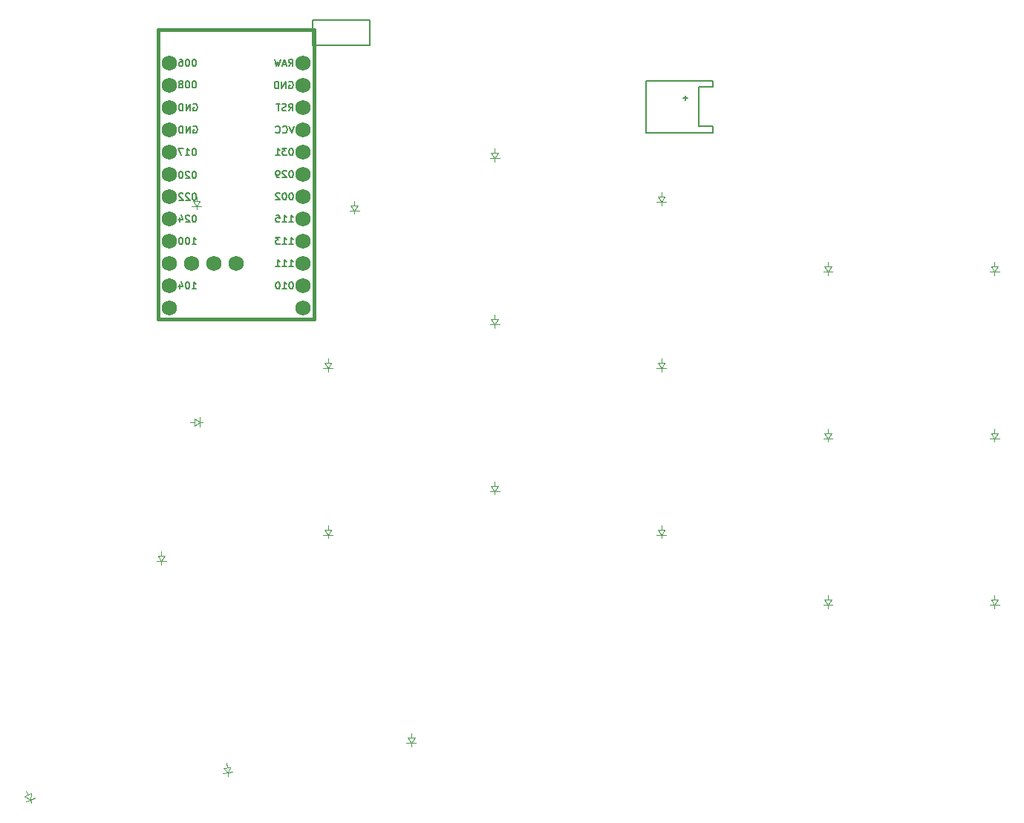
<source format=gbr>
%TF.GenerationSoftware,KiCad,Pcbnew,8.0.6*%
%TF.CreationDate,2024-12-24T11:46:23+01:00*%
%TF.ProjectId,right,72696768-742e-46b6-9963-61645f706362,v1.0.0*%
%TF.SameCoordinates,Original*%
%TF.FileFunction,Legend,Bot*%
%TF.FilePolarity,Positive*%
%FSLAX46Y46*%
G04 Gerber Fmt 4.6, Leading zero omitted, Abs format (unit mm)*
G04 Created by KiCad (PCBNEW 8.0.6) date 2024-12-24 11:46:23*
%MOMM*%
%LPD*%
G01*
G04 APERTURE LIST*
%ADD10C,0.150000*%
%ADD11C,0.100000*%
%ADD12C,0.381000*%
%ADD13C,1.752600*%
G04 APERTURE END LIST*
D10*
X209603857Y-110212295D02*
X209337190Y-111012295D01*
X209337190Y-111012295D02*
X209070524Y-110212295D01*
X208346714Y-110936104D02*
X208384810Y-110974200D01*
X208384810Y-110974200D02*
X208499095Y-111012295D01*
X208499095Y-111012295D02*
X208575286Y-111012295D01*
X208575286Y-111012295D02*
X208689572Y-110974200D01*
X208689572Y-110974200D02*
X208765762Y-110898009D01*
X208765762Y-110898009D02*
X208803857Y-110821819D01*
X208803857Y-110821819D02*
X208841953Y-110669438D01*
X208841953Y-110669438D02*
X208841953Y-110555152D01*
X208841953Y-110555152D02*
X208803857Y-110402771D01*
X208803857Y-110402771D02*
X208765762Y-110326580D01*
X208765762Y-110326580D02*
X208689572Y-110250390D01*
X208689572Y-110250390D02*
X208575286Y-110212295D01*
X208575286Y-110212295D02*
X208499095Y-110212295D01*
X208499095Y-110212295D02*
X208384810Y-110250390D01*
X208384810Y-110250390D02*
X208346714Y-110288485D01*
X207546714Y-110936104D02*
X207584810Y-110974200D01*
X207584810Y-110974200D02*
X207699095Y-111012295D01*
X207699095Y-111012295D02*
X207775286Y-111012295D01*
X207775286Y-111012295D02*
X207889572Y-110974200D01*
X207889572Y-110974200D02*
X207965762Y-110898009D01*
X207965762Y-110898009D02*
X208003857Y-110821819D01*
X208003857Y-110821819D02*
X208041953Y-110669438D01*
X208041953Y-110669438D02*
X208041953Y-110555152D01*
X208041953Y-110555152D02*
X208003857Y-110402771D01*
X208003857Y-110402771D02*
X207965762Y-110326580D01*
X207965762Y-110326580D02*
X207889572Y-110250390D01*
X207889572Y-110250390D02*
X207775286Y-110212295D01*
X207775286Y-110212295D02*
X207699095Y-110212295D01*
X207699095Y-110212295D02*
X207584810Y-110250390D01*
X207584810Y-110250390D02*
X207546714Y-110288485D01*
X197996143Y-128792295D02*
X198453286Y-128792295D01*
X198224714Y-128792295D02*
X198224714Y-127992295D01*
X198224714Y-127992295D02*
X198300905Y-128106580D01*
X198300905Y-128106580D02*
X198377095Y-128182771D01*
X198377095Y-128182771D02*
X198453286Y-128220866D01*
X197500904Y-127992295D02*
X197424714Y-127992295D01*
X197424714Y-127992295D02*
X197348523Y-128030390D01*
X197348523Y-128030390D02*
X197310428Y-128068485D01*
X197310428Y-128068485D02*
X197272333Y-128144676D01*
X197272333Y-128144676D02*
X197234238Y-128297057D01*
X197234238Y-128297057D02*
X197234238Y-128487533D01*
X197234238Y-128487533D02*
X197272333Y-128639914D01*
X197272333Y-128639914D02*
X197310428Y-128716104D01*
X197310428Y-128716104D02*
X197348523Y-128754200D01*
X197348523Y-128754200D02*
X197424714Y-128792295D01*
X197424714Y-128792295D02*
X197500904Y-128792295D01*
X197500904Y-128792295D02*
X197577095Y-128754200D01*
X197577095Y-128754200D02*
X197615190Y-128716104D01*
X197615190Y-128716104D02*
X197653285Y-128639914D01*
X197653285Y-128639914D02*
X197691381Y-128487533D01*
X197691381Y-128487533D02*
X197691381Y-128297057D01*
X197691381Y-128297057D02*
X197653285Y-128144676D01*
X197653285Y-128144676D02*
X197615190Y-128068485D01*
X197615190Y-128068485D02*
X197577095Y-128030390D01*
X197577095Y-128030390D02*
X197500904Y-127992295D01*
X196548523Y-128258961D02*
X196548523Y-128792295D01*
X196738999Y-127954200D02*
X196929476Y-128525628D01*
X196929476Y-128525628D02*
X196434237Y-128525628D01*
X198262809Y-105062295D02*
X198186619Y-105062295D01*
X198186619Y-105062295D02*
X198110428Y-105100390D01*
X198110428Y-105100390D02*
X198072333Y-105138485D01*
X198072333Y-105138485D02*
X198034238Y-105214676D01*
X198034238Y-105214676D02*
X197996143Y-105367057D01*
X197996143Y-105367057D02*
X197996143Y-105557533D01*
X197996143Y-105557533D02*
X198034238Y-105709914D01*
X198034238Y-105709914D02*
X198072333Y-105786104D01*
X198072333Y-105786104D02*
X198110428Y-105824200D01*
X198110428Y-105824200D02*
X198186619Y-105862295D01*
X198186619Y-105862295D02*
X198262809Y-105862295D01*
X198262809Y-105862295D02*
X198339000Y-105824200D01*
X198339000Y-105824200D02*
X198377095Y-105786104D01*
X198377095Y-105786104D02*
X198415190Y-105709914D01*
X198415190Y-105709914D02*
X198453286Y-105557533D01*
X198453286Y-105557533D02*
X198453286Y-105367057D01*
X198453286Y-105367057D02*
X198415190Y-105214676D01*
X198415190Y-105214676D02*
X198377095Y-105138485D01*
X198377095Y-105138485D02*
X198339000Y-105100390D01*
X198339000Y-105100390D02*
X198262809Y-105062295D01*
X197500904Y-105062295D02*
X197424714Y-105062295D01*
X197424714Y-105062295D02*
X197348523Y-105100390D01*
X197348523Y-105100390D02*
X197310428Y-105138485D01*
X197310428Y-105138485D02*
X197272333Y-105214676D01*
X197272333Y-105214676D02*
X197234238Y-105367057D01*
X197234238Y-105367057D02*
X197234238Y-105557533D01*
X197234238Y-105557533D02*
X197272333Y-105709914D01*
X197272333Y-105709914D02*
X197310428Y-105786104D01*
X197310428Y-105786104D02*
X197348523Y-105824200D01*
X197348523Y-105824200D02*
X197424714Y-105862295D01*
X197424714Y-105862295D02*
X197500904Y-105862295D01*
X197500904Y-105862295D02*
X197577095Y-105824200D01*
X197577095Y-105824200D02*
X197615190Y-105786104D01*
X197615190Y-105786104D02*
X197653285Y-105709914D01*
X197653285Y-105709914D02*
X197691381Y-105557533D01*
X197691381Y-105557533D02*
X197691381Y-105367057D01*
X197691381Y-105367057D02*
X197653285Y-105214676D01*
X197653285Y-105214676D02*
X197615190Y-105138485D01*
X197615190Y-105138485D02*
X197577095Y-105100390D01*
X197577095Y-105100390D02*
X197500904Y-105062295D01*
X196777095Y-105405152D02*
X196853285Y-105367057D01*
X196853285Y-105367057D02*
X196891380Y-105328961D01*
X196891380Y-105328961D02*
X196929476Y-105252771D01*
X196929476Y-105252771D02*
X196929476Y-105214676D01*
X196929476Y-105214676D02*
X196891380Y-105138485D01*
X196891380Y-105138485D02*
X196853285Y-105100390D01*
X196853285Y-105100390D02*
X196777095Y-105062295D01*
X196777095Y-105062295D02*
X196624714Y-105062295D01*
X196624714Y-105062295D02*
X196548523Y-105100390D01*
X196548523Y-105100390D02*
X196510428Y-105138485D01*
X196510428Y-105138485D02*
X196472333Y-105214676D01*
X196472333Y-105214676D02*
X196472333Y-105252771D01*
X196472333Y-105252771D02*
X196510428Y-105328961D01*
X196510428Y-105328961D02*
X196548523Y-105367057D01*
X196548523Y-105367057D02*
X196624714Y-105405152D01*
X196624714Y-105405152D02*
X196777095Y-105405152D01*
X196777095Y-105405152D02*
X196853285Y-105443247D01*
X196853285Y-105443247D02*
X196891380Y-105481342D01*
X196891380Y-105481342D02*
X196929476Y-105557533D01*
X196929476Y-105557533D02*
X196929476Y-105709914D01*
X196929476Y-105709914D02*
X196891380Y-105786104D01*
X196891380Y-105786104D02*
X196853285Y-105824200D01*
X196853285Y-105824200D02*
X196777095Y-105862295D01*
X196777095Y-105862295D02*
X196624714Y-105862295D01*
X196624714Y-105862295D02*
X196548523Y-105824200D01*
X196548523Y-105824200D02*
X196510428Y-105786104D01*
X196510428Y-105786104D02*
X196472333Y-105709914D01*
X196472333Y-105709914D02*
X196472333Y-105557533D01*
X196472333Y-105557533D02*
X196510428Y-105481342D01*
X196510428Y-105481342D02*
X196548523Y-105443247D01*
X196548523Y-105443247D02*
X196624714Y-105405152D01*
X209070524Y-123712295D02*
X209527667Y-123712295D01*
X209299095Y-123712295D02*
X209299095Y-122912295D01*
X209299095Y-122912295D02*
X209375286Y-123026580D01*
X209375286Y-123026580D02*
X209451476Y-123102771D01*
X209451476Y-123102771D02*
X209527667Y-123140866D01*
X208308619Y-123712295D02*
X208765762Y-123712295D01*
X208537190Y-123712295D02*
X208537190Y-122912295D01*
X208537190Y-122912295D02*
X208613381Y-123026580D01*
X208613381Y-123026580D02*
X208689571Y-123102771D01*
X208689571Y-123102771D02*
X208765762Y-123140866D01*
X208041952Y-122912295D02*
X207546714Y-122912295D01*
X207546714Y-122912295D02*
X207813380Y-123217057D01*
X207813380Y-123217057D02*
X207699095Y-123217057D01*
X207699095Y-123217057D02*
X207622904Y-123255152D01*
X207622904Y-123255152D02*
X207584809Y-123293247D01*
X207584809Y-123293247D02*
X207546714Y-123369438D01*
X207546714Y-123369438D02*
X207546714Y-123559914D01*
X207546714Y-123559914D02*
X207584809Y-123636104D01*
X207584809Y-123636104D02*
X207622904Y-123674200D01*
X207622904Y-123674200D02*
X207699095Y-123712295D01*
X207699095Y-123712295D02*
X207927666Y-123712295D01*
X207927666Y-123712295D02*
X208003857Y-123674200D01*
X208003857Y-123674200D02*
X208041952Y-123636104D01*
X209070524Y-126252295D02*
X209527667Y-126252295D01*
X209299095Y-126252295D02*
X209299095Y-125452295D01*
X209299095Y-125452295D02*
X209375286Y-125566580D01*
X209375286Y-125566580D02*
X209451476Y-125642771D01*
X209451476Y-125642771D02*
X209527667Y-125680866D01*
X208308619Y-126252295D02*
X208765762Y-126252295D01*
X208537190Y-126252295D02*
X208537190Y-125452295D01*
X208537190Y-125452295D02*
X208613381Y-125566580D01*
X208613381Y-125566580D02*
X208689571Y-125642771D01*
X208689571Y-125642771D02*
X208765762Y-125680866D01*
X207546714Y-126252295D02*
X208003857Y-126252295D01*
X207775285Y-126252295D02*
X207775285Y-125452295D01*
X207775285Y-125452295D02*
X207851476Y-125566580D01*
X207851476Y-125566580D02*
X207927666Y-125642771D01*
X207927666Y-125642771D02*
X208003857Y-125680866D01*
X197996143Y-123712295D02*
X198453286Y-123712295D01*
X198224714Y-123712295D02*
X198224714Y-122912295D01*
X198224714Y-122912295D02*
X198300905Y-123026580D01*
X198300905Y-123026580D02*
X198377095Y-123102771D01*
X198377095Y-123102771D02*
X198453286Y-123140866D01*
X197500904Y-122912295D02*
X197424714Y-122912295D01*
X197424714Y-122912295D02*
X197348523Y-122950390D01*
X197348523Y-122950390D02*
X197310428Y-122988485D01*
X197310428Y-122988485D02*
X197272333Y-123064676D01*
X197272333Y-123064676D02*
X197234238Y-123217057D01*
X197234238Y-123217057D02*
X197234238Y-123407533D01*
X197234238Y-123407533D02*
X197272333Y-123559914D01*
X197272333Y-123559914D02*
X197310428Y-123636104D01*
X197310428Y-123636104D02*
X197348523Y-123674200D01*
X197348523Y-123674200D02*
X197424714Y-123712295D01*
X197424714Y-123712295D02*
X197500904Y-123712295D01*
X197500904Y-123712295D02*
X197577095Y-123674200D01*
X197577095Y-123674200D02*
X197615190Y-123636104D01*
X197615190Y-123636104D02*
X197653285Y-123559914D01*
X197653285Y-123559914D02*
X197691381Y-123407533D01*
X197691381Y-123407533D02*
X197691381Y-123217057D01*
X197691381Y-123217057D02*
X197653285Y-123064676D01*
X197653285Y-123064676D02*
X197615190Y-122988485D01*
X197615190Y-122988485D02*
X197577095Y-122950390D01*
X197577095Y-122950390D02*
X197500904Y-122912295D01*
X196738999Y-122912295D02*
X196662809Y-122912295D01*
X196662809Y-122912295D02*
X196586618Y-122950390D01*
X196586618Y-122950390D02*
X196548523Y-122988485D01*
X196548523Y-122988485D02*
X196510428Y-123064676D01*
X196510428Y-123064676D02*
X196472333Y-123217057D01*
X196472333Y-123217057D02*
X196472333Y-123407533D01*
X196472333Y-123407533D02*
X196510428Y-123559914D01*
X196510428Y-123559914D02*
X196548523Y-123636104D01*
X196548523Y-123636104D02*
X196586618Y-123674200D01*
X196586618Y-123674200D02*
X196662809Y-123712295D01*
X196662809Y-123712295D02*
X196738999Y-123712295D01*
X196738999Y-123712295D02*
X196815190Y-123674200D01*
X196815190Y-123674200D02*
X196853285Y-123636104D01*
X196853285Y-123636104D02*
X196891380Y-123559914D01*
X196891380Y-123559914D02*
X196929476Y-123407533D01*
X196929476Y-123407533D02*
X196929476Y-123217057D01*
X196929476Y-123217057D02*
X196891380Y-123064676D01*
X196891380Y-123064676D02*
X196853285Y-122988485D01*
X196853285Y-122988485D02*
X196815190Y-122950390D01*
X196815190Y-122950390D02*
X196738999Y-122912295D01*
X209337190Y-115292295D02*
X209261000Y-115292295D01*
X209261000Y-115292295D02*
X209184809Y-115330390D01*
X209184809Y-115330390D02*
X209146714Y-115368485D01*
X209146714Y-115368485D02*
X209108619Y-115444676D01*
X209108619Y-115444676D02*
X209070524Y-115597057D01*
X209070524Y-115597057D02*
X209070524Y-115787533D01*
X209070524Y-115787533D02*
X209108619Y-115939914D01*
X209108619Y-115939914D02*
X209146714Y-116016104D01*
X209146714Y-116016104D02*
X209184809Y-116054200D01*
X209184809Y-116054200D02*
X209261000Y-116092295D01*
X209261000Y-116092295D02*
X209337190Y-116092295D01*
X209337190Y-116092295D02*
X209413381Y-116054200D01*
X209413381Y-116054200D02*
X209451476Y-116016104D01*
X209451476Y-116016104D02*
X209489571Y-115939914D01*
X209489571Y-115939914D02*
X209527667Y-115787533D01*
X209527667Y-115787533D02*
X209527667Y-115597057D01*
X209527667Y-115597057D02*
X209489571Y-115444676D01*
X209489571Y-115444676D02*
X209451476Y-115368485D01*
X209451476Y-115368485D02*
X209413381Y-115330390D01*
X209413381Y-115330390D02*
X209337190Y-115292295D01*
X208765762Y-115368485D02*
X208727666Y-115330390D01*
X208727666Y-115330390D02*
X208651476Y-115292295D01*
X208651476Y-115292295D02*
X208461000Y-115292295D01*
X208461000Y-115292295D02*
X208384809Y-115330390D01*
X208384809Y-115330390D02*
X208346714Y-115368485D01*
X208346714Y-115368485D02*
X208308619Y-115444676D01*
X208308619Y-115444676D02*
X208308619Y-115520866D01*
X208308619Y-115520866D02*
X208346714Y-115635152D01*
X208346714Y-115635152D02*
X208803857Y-116092295D01*
X208803857Y-116092295D02*
X208308619Y-116092295D01*
X207927666Y-116092295D02*
X207775285Y-116092295D01*
X207775285Y-116092295D02*
X207699095Y-116054200D01*
X207699095Y-116054200D02*
X207660999Y-116016104D01*
X207660999Y-116016104D02*
X207584809Y-115901819D01*
X207584809Y-115901819D02*
X207546714Y-115749438D01*
X207546714Y-115749438D02*
X207546714Y-115444676D01*
X207546714Y-115444676D02*
X207584809Y-115368485D01*
X207584809Y-115368485D02*
X207622904Y-115330390D01*
X207622904Y-115330390D02*
X207699095Y-115292295D01*
X207699095Y-115292295D02*
X207851476Y-115292295D01*
X207851476Y-115292295D02*
X207927666Y-115330390D01*
X207927666Y-115330390D02*
X207965761Y-115368485D01*
X207965761Y-115368485D02*
X208003857Y-115444676D01*
X208003857Y-115444676D02*
X208003857Y-115635152D01*
X208003857Y-115635152D02*
X207965761Y-115711342D01*
X207965761Y-115711342D02*
X207927666Y-115749438D01*
X207927666Y-115749438D02*
X207851476Y-115787533D01*
X207851476Y-115787533D02*
X207699095Y-115787533D01*
X207699095Y-115787533D02*
X207622904Y-115749438D01*
X207622904Y-115749438D02*
X207584809Y-115711342D01*
X207584809Y-115711342D02*
X207546714Y-115635152D01*
X198148523Y-110250390D02*
X198224713Y-110212295D01*
X198224713Y-110212295D02*
X198338999Y-110212295D01*
X198338999Y-110212295D02*
X198453285Y-110250390D01*
X198453285Y-110250390D02*
X198529475Y-110326580D01*
X198529475Y-110326580D02*
X198567570Y-110402771D01*
X198567570Y-110402771D02*
X198605666Y-110555152D01*
X198605666Y-110555152D02*
X198605666Y-110669438D01*
X198605666Y-110669438D02*
X198567570Y-110821819D01*
X198567570Y-110821819D02*
X198529475Y-110898009D01*
X198529475Y-110898009D02*
X198453285Y-110974200D01*
X198453285Y-110974200D02*
X198338999Y-111012295D01*
X198338999Y-111012295D02*
X198262808Y-111012295D01*
X198262808Y-111012295D02*
X198148523Y-110974200D01*
X198148523Y-110974200D02*
X198110427Y-110936104D01*
X198110427Y-110936104D02*
X198110427Y-110669438D01*
X198110427Y-110669438D02*
X198262808Y-110669438D01*
X197767570Y-111012295D02*
X197767570Y-110212295D01*
X197767570Y-110212295D02*
X197310427Y-111012295D01*
X197310427Y-111012295D02*
X197310427Y-110212295D01*
X196929475Y-111012295D02*
X196929475Y-110212295D01*
X196929475Y-110212295D02*
X196738999Y-110212295D01*
X196738999Y-110212295D02*
X196624713Y-110250390D01*
X196624713Y-110250390D02*
X196548523Y-110326580D01*
X196548523Y-110326580D02*
X196510428Y-110402771D01*
X196510428Y-110402771D02*
X196472332Y-110555152D01*
X196472332Y-110555152D02*
X196472332Y-110669438D01*
X196472332Y-110669438D02*
X196510428Y-110821819D01*
X196510428Y-110821819D02*
X196548523Y-110898009D01*
X196548523Y-110898009D02*
X196624713Y-110974200D01*
X196624713Y-110974200D02*
X196738999Y-111012295D01*
X196738999Y-111012295D02*
X196929475Y-111012295D01*
X198148523Y-107710390D02*
X198224713Y-107672295D01*
X198224713Y-107672295D02*
X198338999Y-107672295D01*
X198338999Y-107672295D02*
X198453285Y-107710390D01*
X198453285Y-107710390D02*
X198529475Y-107786580D01*
X198529475Y-107786580D02*
X198567570Y-107862771D01*
X198567570Y-107862771D02*
X198605666Y-108015152D01*
X198605666Y-108015152D02*
X198605666Y-108129438D01*
X198605666Y-108129438D02*
X198567570Y-108281819D01*
X198567570Y-108281819D02*
X198529475Y-108358009D01*
X198529475Y-108358009D02*
X198453285Y-108434200D01*
X198453285Y-108434200D02*
X198338999Y-108472295D01*
X198338999Y-108472295D02*
X198262808Y-108472295D01*
X198262808Y-108472295D02*
X198148523Y-108434200D01*
X198148523Y-108434200D02*
X198110427Y-108396104D01*
X198110427Y-108396104D02*
X198110427Y-108129438D01*
X198110427Y-108129438D02*
X198262808Y-108129438D01*
X197767570Y-108472295D02*
X197767570Y-107672295D01*
X197767570Y-107672295D02*
X197310427Y-108472295D01*
X197310427Y-108472295D02*
X197310427Y-107672295D01*
X196929475Y-108472295D02*
X196929475Y-107672295D01*
X196929475Y-107672295D02*
X196738999Y-107672295D01*
X196738999Y-107672295D02*
X196624713Y-107710390D01*
X196624713Y-107710390D02*
X196548523Y-107786580D01*
X196548523Y-107786580D02*
X196510428Y-107862771D01*
X196510428Y-107862771D02*
X196472332Y-108015152D01*
X196472332Y-108015152D02*
X196472332Y-108129438D01*
X196472332Y-108129438D02*
X196510428Y-108281819D01*
X196510428Y-108281819D02*
X196548523Y-108358009D01*
X196548523Y-108358009D02*
X196624713Y-108434200D01*
X196624713Y-108434200D02*
X196738999Y-108472295D01*
X196738999Y-108472295D02*
X196929475Y-108472295D01*
X198262809Y-102592295D02*
X198186619Y-102592295D01*
X198186619Y-102592295D02*
X198110428Y-102630390D01*
X198110428Y-102630390D02*
X198072333Y-102668485D01*
X198072333Y-102668485D02*
X198034238Y-102744676D01*
X198034238Y-102744676D02*
X197996143Y-102897057D01*
X197996143Y-102897057D02*
X197996143Y-103087533D01*
X197996143Y-103087533D02*
X198034238Y-103239914D01*
X198034238Y-103239914D02*
X198072333Y-103316104D01*
X198072333Y-103316104D02*
X198110428Y-103354200D01*
X198110428Y-103354200D02*
X198186619Y-103392295D01*
X198186619Y-103392295D02*
X198262809Y-103392295D01*
X198262809Y-103392295D02*
X198339000Y-103354200D01*
X198339000Y-103354200D02*
X198377095Y-103316104D01*
X198377095Y-103316104D02*
X198415190Y-103239914D01*
X198415190Y-103239914D02*
X198453286Y-103087533D01*
X198453286Y-103087533D02*
X198453286Y-102897057D01*
X198453286Y-102897057D02*
X198415190Y-102744676D01*
X198415190Y-102744676D02*
X198377095Y-102668485D01*
X198377095Y-102668485D02*
X198339000Y-102630390D01*
X198339000Y-102630390D02*
X198262809Y-102592295D01*
X197500904Y-102592295D02*
X197424714Y-102592295D01*
X197424714Y-102592295D02*
X197348523Y-102630390D01*
X197348523Y-102630390D02*
X197310428Y-102668485D01*
X197310428Y-102668485D02*
X197272333Y-102744676D01*
X197272333Y-102744676D02*
X197234238Y-102897057D01*
X197234238Y-102897057D02*
X197234238Y-103087533D01*
X197234238Y-103087533D02*
X197272333Y-103239914D01*
X197272333Y-103239914D02*
X197310428Y-103316104D01*
X197310428Y-103316104D02*
X197348523Y-103354200D01*
X197348523Y-103354200D02*
X197424714Y-103392295D01*
X197424714Y-103392295D02*
X197500904Y-103392295D01*
X197500904Y-103392295D02*
X197577095Y-103354200D01*
X197577095Y-103354200D02*
X197615190Y-103316104D01*
X197615190Y-103316104D02*
X197653285Y-103239914D01*
X197653285Y-103239914D02*
X197691381Y-103087533D01*
X197691381Y-103087533D02*
X197691381Y-102897057D01*
X197691381Y-102897057D02*
X197653285Y-102744676D01*
X197653285Y-102744676D02*
X197615190Y-102668485D01*
X197615190Y-102668485D02*
X197577095Y-102630390D01*
X197577095Y-102630390D02*
X197500904Y-102592295D01*
X196548523Y-102592295D02*
X196700904Y-102592295D01*
X196700904Y-102592295D02*
X196777095Y-102630390D01*
X196777095Y-102630390D02*
X196815190Y-102668485D01*
X196815190Y-102668485D02*
X196891380Y-102782771D01*
X196891380Y-102782771D02*
X196929476Y-102935152D01*
X196929476Y-102935152D02*
X196929476Y-103239914D01*
X196929476Y-103239914D02*
X196891380Y-103316104D01*
X196891380Y-103316104D02*
X196853285Y-103354200D01*
X196853285Y-103354200D02*
X196777095Y-103392295D01*
X196777095Y-103392295D02*
X196624714Y-103392295D01*
X196624714Y-103392295D02*
X196548523Y-103354200D01*
X196548523Y-103354200D02*
X196510428Y-103316104D01*
X196510428Y-103316104D02*
X196472333Y-103239914D01*
X196472333Y-103239914D02*
X196472333Y-103049438D01*
X196472333Y-103049438D02*
X196510428Y-102973247D01*
X196510428Y-102973247D02*
X196548523Y-102935152D01*
X196548523Y-102935152D02*
X196624714Y-102897057D01*
X196624714Y-102897057D02*
X196777095Y-102897057D01*
X196777095Y-102897057D02*
X196853285Y-102935152D01*
X196853285Y-102935152D02*
X196891380Y-102973247D01*
X196891380Y-102973247D02*
X196929476Y-103049438D01*
X198262809Y-117862295D02*
X198186619Y-117862295D01*
X198186619Y-117862295D02*
X198110428Y-117900390D01*
X198110428Y-117900390D02*
X198072333Y-117938485D01*
X198072333Y-117938485D02*
X198034238Y-118014676D01*
X198034238Y-118014676D02*
X197996143Y-118167057D01*
X197996143Y-118167057D02*
X197996143Y-118357533D01*
X197996143Y-118357533D02*
X198034238Y-118509914D01*
X198034238Y-118509914D02*
X198072333Y-118586104D01*
X198072333Y-118586104D02*
X198110428Y-118624200D01*
X198110428Y-118624200D02*
X198186619Y-118662295D01*
X198186619Y-118662295D02*
X198262809Y-118662295D01*
X198262809Y-118662295D02*
X198339000Y-118624200D01*
X198339000Y-118624200D02*
X198377095Y-118586104D01*
X198377095Y-118586104D02*
X198415190Y-118509914D01*
X198415190Y-118509914D02*
X198453286Y-118357533D01*
X198453286Y-118357533D02*
X198453286Y-118167057D01*
X198453286Y-118167057D02*
X198415190Y-118014676D01*
X198415190Y-118014676D02*
X198377095Y-117938485D01*
X198377095Y-117938485D02*
X198339000Y-117900390D01*
X198339000Y-117900390D02*
X198262809Y-117862295D01*
X197691381Y-117938485D02*
X197653285Y-117900390D01*
X197653285Y-117900390D02*
X197577095Y-117862295D01*
X197577095Y-117862295D02*
X197386619Y-117862295D01*
X197386619Y-117862295D02*
X197310428Y-117900390D01*
X197310428Y-117900390D02*
X197272333Y-117938485D01*
X197272333Y-117938485D02*
X197234238Y-118014676D01*
X197234238Y-118014676D02*
X197234238Y-118090866D01*
X197234238Y-118090866D02*
X197272333Y-118205152D01*
X197272333Y-118205152D02*
X197729476Y-118662295D01*
X197729476Y-118662295D02*
X197234238Y-118662295D01*
X196929476Y-117938485D02*
X196891380Y-117900390D01*
X196891380Y-117900390D02*
X196815190Y-117862295D01*
X196815190Y-117862295D02*
X196624714Y-117862295D01*
X196624714Y-117862295D02*
X196548523Y-117900390D01*
X196548523Y-117900390D02*
X196510428Y-117938485D01*
X196510428Y-117938485D02*
X196472333Y-118014676D01*
X196472333Y-118014676D02*
X196472333Y-118090866D01*
X196472333Y-118090866D02*
X196510428Y-118205152D01*
X196510428Y-118205152D02*
X196967571Y-118662295D01*
X196967571Y-118662295D02*
X196472333Y-118662295D01*
X209337190Y-127992295D02*
X209261000Y-127992295D01*
X209261000Y-127992295D02*
X209184809Y-128030390D01*
X209184809Y-128030390D02*
X209146714Y-128068485D01*
X209146714Y-128068485D02*
X209108619Y-128144676D01*
X209108619Y-128144676D02*
X209070524Y-128297057D01*
X209070524Y-128297057D02*
X209070524Y-128487533D01*
X209070524Y-128487533D02*
X209108619Y-128639914D01*
X209108619Y-128639914D02*
X209146714Y-128716104D01*
X209146714Y-128716104D02*
X209184809Y-128754200D01*
X209184809Y-128754200D02*
X209261000Y-128792295D01*
X209261000Y-128792295D02*
X209337190Y-128792295D01*
X209337190Y-128792295D02*
X209413381Y-128754200D01*
X209413381Y-128754200D02*
X209451476Y-128716104D01*
X209451476Y-128716104D02*
X209489571Y-128639914D01*
X209489571Y-128639914D02*
X209527667Y-128487533D01*
X209527667Y-128487533D02*
X209527667Y-128297057D01*
X209527667Y-128297057D02*
X209489571Y-128144676D01*
X209489571Y-128144676D02*
X209451476Y-128068485D01*
X209451476Y-128068485D02*
X209413381Y-128030390D01*
X209413381Y-128030390D02*
X209337190Y-127992295D01*
X208308619Y-128792295D02*
X208765762Y-128792295D01*
X208537190Y-128792295D02*
X208537190Y-127992295D01*
X208537190Y-127992295D02*
X208613381Y-128106580D01*
X208613381Y-128106580D02*
X208689571Y-128182771D01*
X208689571Y-128182771D02*
X208765762Y-128220866D01*
X207813380Y-127992295D02*
X207737190Y-127992295D01*
X207737190Y-127992295D02*
X207660999Y-128030390D01*
X207660999Y-128030390D02*
X207622904Y-128068485D01*
X207622904Y-128068485D02*
X207584809Y-128144676D01*
X207584809Y-128144676D02*
X207546714Y-128297057D01*
X207546714Y-128297057D02*
X207546714Y-128487533D01*
X207546714Y-128487533D02*
X207584809Y-128639914D01*
X207584809Y-128639914D02*
X207622904Y-128716104D01*
X207622904Y-128716104D02*
X207660999Y-128754200D01*
X207660999Y-128754200D02*
X207737190Y-128792295D01*
X207737190Y-128792295D02*
X207813380Y-128792295D01*
X207813380Y-128792295D02*
X207889571Y-128754200D01*
X207889571Y-128754200D02*
X207927666Y-128716104D01*
X207927666Y-128716104D02*
X207965761Y-128639914D01*
X207965761Y-128639914D02*
X208003857Y-128487533D01*
X208003857Y-128487533D02*
X208003857Y-128297057D01*
X208003857Y-128297057D02*
X207965761Y-128144676D01*
X207965761Y-128144676D02*
X207927666Y-128068485D01*
X207927666Y-128068485D02*
X207889571Y-128030390D01*
X207889571Y-128030390D02*
X207813380Y-127992295D01*
X198262809Y-112762295D02*
X198186619Y-112762295D01*
X198186619Y-112762295D02*
X198110428Y-112800390D01*
X198110428Y-112800390D02*
X198072333Y-112838485D01*
X198072333Y-112838485D02*
X198034238Y-112914676D01*
X198034238Y-112914676D02*
X197996143Y-113067057D01*
X197996143Y-113067057D02*
X197996143Y-113257533D01*
X197996143Y-113257533D02*
X198034238Y-113409914D01*
X198034238Y-113409914D02*
X198072333Y-113486104D01*
X198072333Y-113486104D02*
X198110428Y-113524200D01*
X198110428Y-113524200D02*
X198186619Y-113562295D01*
X198186619Y-113562295D02*
X198262809Y-113562295D01*
X198262809Y-113562295D02*
X198339000Y-113524200D01*
X198339000Y-113524200D02*
X198377095Y-113486104D01*
X198377095Y-113486104D02*
X198415190Y-113409914D01*
X198415190Y-113409914D02*
X198453286Y-113257533D01*
X198453286Y-113257533D02*
X198453286Y-113067057D01*
X198453286Y-113067057D02*
X198415190Y-112914676D01*
X198415190Y-112914676D02*
X198377095Y-112838485D01*
X198377095Y-112838485D02*
X198339000Y-112800390D01*
X198339000Y-112800390D02*
X198262809Y-112762295D01*
X197234238Y-113562295D02*
X197691381Y-113562295D01*
X197462809Y-113562295D02*
X197462809Y-112762295D01*
X197462809Y-112762295D02*
X197539000Y-112876580D01*
X197539000Y-112876580D02*
X197615190Y-112952771D01*
X197615190Y-112952771D02*
X197691381Y-112990866D01*
X196967571Y-112762295D02*
X196434237Y-112762295D01*
X196434237Y-112762295D02*
X196777095Y-113562295D01*
X209026095Y-103392295D02*
X209292762Y-103011342D01*
X209483238Y-103392295D02*
X209483238Y-102592295D01*
X209483238Y-102592295D02*
X209178476Y-102592295D01*
X209178476Y-102592295D02*
X209102286Y-102630390D01*
X209102286Y-102630390D02*
X209064191Y-102668485D01*
X209064191Y-102668485D02*
X209026095Y-102744676D01*
X209026095Y-102744676D02*
X209026095Y-102858961D01*
X209026095Y-102858961D02*
X209064191Y-102935152D01*
X209064191Y-102935152D02*
X209102286Y-102973247D01*
X209102286Y-102973247D02*
X209178476Y-103011342D01*
X209178476Y-103011342D02*
X209483238Y-103011342D01*
X208721334Y-103163723D02*
X208340381Y-103163723D01*
X208797524Y-103392295D02*
X208530857Y-102592295D01*
X208530857Y-102592295D02*
X208264191Y-103392295D01*
X208073715Y-102592295D02*
X207883239Y-103392295D01*
X207883239Y-103392295D02*
X207730858Y-102820866D01*
X207730858Y-102820866D02*
X207578477Y-103392295D01*
X207578477Y-103392295D02*
X207388001Y-102592295D01*
X209064190Y-105170390D02*
X209140380Y-105132295D01*
X209140380Y-105132295D02*
X209254666Y-105132295D01*
X209254666Y-105132295D02*
X209368952Y-105170390D01*
X209368952Y-105170390D02*
X209445142Y-105246580D01*
X209445142Y-105246580D02*
X209483237Y-105322771D01*
X209483237Y-105322771D02*
X209521333Y-105475152D01*
X209521333Y-105475152D02*
X209521333Y-105589438D01*
X209521333Y-105589438D02*
X209483237Y-105741819D01*
X209483237Y-105741819D02*
X209445142Y-105818009D01*
X209445142Y-105818009D02*
X209368952Y-105894200D01*
X209368952Y-105894200D02*
X209254666Y-105932295D01*
X209254666Y-105932295D02*
X209178475Y-105932295D01*
X209178475Y-105932295D02*
X209064190Y-105894200D01*
X209064190Y-105894200D02*
X209026094Y-105856104D01*
X209026094Y-105856104D02*
X209026094Y-105589438D01*
X209026094Y-105589438D02*
X209178475Y-105589438D01*
X208683237Y-105932295D02*
X208683237Y-105132295D01*
X208683237Y-105132295D02*
X208226094Y-105932295D01*
X208226094Y-105932295D02*
X208226094Y-105132295D01*
X207845142Y-105932295D02*
X207845142Y-105132295D01*
X207845142Y-105132295D02*
X207654666Y-105132295D01*
X207654666Y-105132295D02*
X207540380Y-105170390D01*
X207540380Y-105170390D02*
X207464190Y-105246580D01*
X207464190Y-105246580D02*
X207426095Y-105322771D01*
X207426095Y-105322771D02*
X207387999Y-105475152D01*
X207387999Y-105475152D02*
X207387999Y-105589438D01*
X207387999Y-105589438D02*
X207426095Y-105741819D01*
X207426095Y-105741819D02*
X207464190Y-105818009D01*
X207464190Y-105818009D02*
X207540380Y-105894200D01*
X207540380Y-105894200D02*
X207654666Y-105932295D01*
X207654666Y-105932295D02*
X207845142Y-105932295D01*
X209026094Y-108472295D02*
X209292761Y-108091342D01*
X209483237Y-108472295D02*
X209483237Y-107672295D01*
X209483237Y-107672295D02*
X209178475Y-107672295D01*
X209178475Y-107672295D02*
X209102285Y-107710390D01*
X209102285Y-107710390D02*
X209064190Y-107748485D01*
X209064190Y-107748485D02*
X209026094Y-107824676D01*
X209026094Y-107824676D02*
X209026094Y-107938961D01*
X209026094Y-107938961D02*
X209064190Y-108015152D01*
X209064190Y-108015152D02*
X209102285Y-108053247D01*
X209102285Y-108053247D02*
X209178475Y-108091342D01*
X209178475Y-108091342D02*
X209483237Y-108091342D01*
X208721333Y-108434200D02*
X208607047Y-108472295D01*
X208607047Y-108472295D02*
X208416571Y-108472295D01*
X208416571Y-108472295D02*
X208340380Y-108434200D01*
X208340380Y-108434200D02*
X208302285Y-108396104D01*
X208302285Y-108396104D02*
X208264190Y-108319914D01*
X208264190Y-108319914D02*
X208264190Y-108243723D01*
X208264190Y-108243723D02*
X208302285Y-108167533D01*
X208302285Y-108167533D02*
X208340380Y-108129438D01*
X208340380Y-108129438D02*
X208416571Y-108091342D01*
X208416571Y-108091342D02*
X208568952Y-108053247D01*
X208568952Y-108053247D02*
X208645142Y-108015152D01*
X208645142Y-108015152D02*
X208683237Y-107977057D01*
X208683237Y-107977057D02*
X208721333Y-107900866D01*
X208721333Y-107900866D02*
X208721333Y-107824676D01*
X208721333Y-107824676D02*
X208683237Y-107748485D01*
X208683237Y-107748485D02*
X208645142Y-107710390D01*
X208645142Y-107710390D02*
X208568952Y-107672295D01*
X208568952Y-107672295D02*
X208378475Y-107672295D01*
X208378475Y-107672295D02*
X208264190Y-107710390D01*
X208035618Y-107672295D02*
X207578475Y-107672295D01*
X207807047Y-108472295D02*
X207807047Y-107672295D01*
X198262809Y-120372295D02*
X198186619Y-120372295D01*
X198186619Y-120372295D02*
X198110428Y-120410390D01*
X198110428Y-120410390D02*
X198072333Y-120448485D01*
X198072333Y-120448485D02*
X198034238Y-120524676D01*
X198034238Y-120524676D02*
X197996143Y-120677057D01*
X197996143Y-120677057D02*
X197996143Y-120867533D01*
X197996143Y-120867533D02*
X198034238Y-121019914D01*
X198034238Y-121019914D02*
X198072333Y-121096104D01*
X198072333Y-121096104D02*
X198110428Y-121134200D01*
X198110428Y-121134200D02*
X198186619Y-121172295D01*
X198186619Y-121172295D02*
X198262809Y-121172295D01*
X198262809Y-121172295D02*
X198339000Y-121134200D01*
X198339000Y-121134200D02*
X198377095Y-121096104D01*
X198377095Y-121096104D02*
X198415190Y-121019914D01*
X198415190Y-121019914D02*
X198453286Y-120867533D01*
X198453286Y-120867533D02*
X198453286Y-120677057D01*
X198453286Y-120677057D02*
X198415190Y-120524676D01*
X198415190Y-120524676D02*
X198377095Y-120448485D01*
X198377095Y-120448485D02*
X198339000Y-120410390D01*
X198339000Y-120410390D02*
X198262809Y-120372295D01*
X197691381Y-120448485D02*
X197653285Y-120410390D01*
X197653285Y-120410390D02*
X197577095Y-120372295D01*
X197577095Y-120372295D02*
X197386619Y-120372295D01*
X197386619Y-120372295D02*
X197310428Y-120410390D01*
X197310428Y-120410390D02*
X197272333Y-120448485D01*
X197272333Y-120448485D02*
X197234238Y-120524676D01*
X197234238Y-120524676D02*
X197234238Y-120600866D01*
X197234238Y-120600866D02*
X197272333Y-120715152D01*
X197272333Y-120715152D02*
X197729476Y-121172295D01*
X197729476Y-121172295D02*
X197234238Y-121172295D01*
X196548523Y-120638961D02*
X196548523Y-121172295D01*
X196738999Y-120334200D02*
X196929476Y-120905628D01*
X196929476Y-120905628D02*
X196434237Y-120905628D01*
X209337190Y-112752295D02*
X209261000Y-112752295D01*
X209261000Y-112752295D02*
X209184809Y-112790390D01*
X209184809Y-112790390D02*
X209146714Y-112828485D01*
X209146714Y-112828485D02*
X209108619Y-112904676D01*
X209108619Y-112904676D02*
X209070524Y-113057057D01*
X209070524Y-113057057D02*
X209070524Y-113247533D01*
X209070524Y-113247533D02*
X209108619Y-113399914D01*
X209108619Y-113399914D02*
X209146714Y-113476104D01*
X209146714Y-113476104D02*
X209184809Y-113514200D01*
X209184809Y-113514200D02*
X209261000Y-113552295D01*
X209261000Y-113552295D02*
X209337190Y-113552295D01*
X209337190Y-113552295D02*
X209413381Y-113514200D01*
X209413381Y-113514200D02*
X209451476Y-113476104D01*
X209451476Y-113476104D02*
X209489571Y-113399914D01*
X209489571Y-113399914D02*
X209527667Y-113247533D01*
X209527667Y-113247533D02*
X209527667Y-113057057D01*
X209527667Y-113057057D02*
X209489571Y-112904676D01*
X209489571Y-112904676D02*
X209451476Y-112828485D01*
X209451476Y-112828485D02*
X209413381Y-112790390D01*
X209413381Y-112790390D02*
X209337190Y-112752295D01*
X208803857Y-112752295D02*
X208308619Y-112752295D01*
X208308619Y-112752295D02*
X208575285Y-113057057D01*
X208575285Y-113057057D02*
X208461000Y-113057057D01*
X208461000Y-113057057D02*
X208384809Y-113095152D01*
X208384809Y-113095152D02*
X208346714Y-113133247D01*
X208346714Y-113133247D02*
X208308619Y-113209438D01*
X208308619Y-113209438D02*
X208308619Y-113399914D01*
X208308619Y-113399914D02*
X208346714Y-113476104D01*
X208346714Y-113476104D02*
X208384809Y-113514200D01*
X208384809Y-113514200D02*
X208461000Y-113552295D01*
X208461000Y-113552295D02*
X208689571Y-113552295D01*
X208689571Y-113552295D02*
X208765762Y-113514200D01*
X208765762Y-113514200D02*
X208803857Y-113476104D01*
X207546714Y-113552295D02*
X208003857Y-113552295D01*
X207775285Y-113552295D02*
X207775285Y-112752295D01*
X207775285Y-112752295D02*
X207851476Y-112866580D01*
X207851476Y-112866580D02*
X207927666Y-112942771D01*
X207927666Y-112942771D02*
X208003857Y-112980866D01*
X209337190Y-117832295D02*
X209261000Y-117832295D01*
X209261000Y-117832295D02*
X209184809Y-117870390D01*
X209184809Y-117870390D02*
X209146714Y-117908485D01*
X209146714Y-117908485D02*
X209108619Y-117984676D01*
X209108619Y-117984676D02*
X209070524Y-118137057D01*
X209070524Y-118137057D02*
X209070524Y-118327533D01*
X209070524Y-118327533D02*
X209108619Y-118479914D01*
X209108619Y-118479914D02*
X209146714Y-118556104D01*
X209146714Y-118556104D02*
X209184809Y-118594200D01*
X209184809Y-118594200D02*
X209261000Y-118632295D01*
X209261000Y-118632295D02*
X209337190Y-118632295D01*
X209337190Y-118632295D02*
X209413381Y-118594200D01*
X209413381Y-118594200D02*
X209451476Y-118556104D01*
X209451476Y-118556104D02*
X209489571Y-118479914D01*
X209489571Y-118479914D02*
X209527667Y-118327533D01*
X209527667Y-118327533D02*
X209527667Y-118137057D01*
X209527667Y-118137057D02*
X209489571Y-117984676D01*
X209489571Y-117984676D02*
X209451476Y-117908485D01*
X209451476Y-117908485D02*
X209413381Y-117870390D01*
X209413381Y-117870390D02*
X209337190Y-117832295D01*
X208575285Y-117832295D02*
X208499095Y-117832295D01*
X208499095Y-117832295D02*
X208422904Y-117870390D01*
X208422904Y-117870390D02*
X208384809Y-117908485D01*
X208384809Y-117908485D02*
X208346714Y-117984676D01*
X208346714Y-117984676D02*
X208308619Y-118137057D01*
X208308619Y-118137057D02*
X208308619Y-118327533D01*
X208308619Y-118327533D02*
X208346714Y-118479914D01*
X208346714Y-118479914D02*
X208384809Y-118556104D01*
X208384809Y-118556104D02*
X208422904Y-118594200D01*
X208422904Y-118594200D02*
X208499095Y-118632295D01*
X208499095Y-118632295D02*
X208575285Y-118632295D01*
X208575285Y-118632295D02*
X208651476Y-118594200D01*
X208651476Y-118594200D02*
X208689571Y-118556104D01*
X208689571Y-118556104D02*
X208727666Y-118479914D01*
X208727666Y-118479914D02*
X208765762Y-118327533D01*
X208765762Y-118327533D02*
X208765762Y-118137057D01*
X208765762Y-118137057D02*
X208727666Y-117984676D01*
X208727666Y-117984676D02*
X208689571Y-117908485D01*
X208689571Y-117908485D02*
X208651476Y-117870390D01*
X208651476Y-117870390D02*
X208575285Y-117832295D01*
X208003857Y-117908485D02*
X207965761Y-117870390D01*
X207965761Y-117870390D02*
X207889571Y-117832295D01*
X207889571Y-117832295D02*
X207699095Y-117832295D01*
X207699095Y-117832295D02*
X207622904Y-117870390D01*
X207622904Y-117870390D02*
X207584809Y-117908485D01*
X207584809Y-117908485D02*
X207546714Y-117984676D01*
X207546714Y-117984676D02*
X207546714Y-118060866D01*
X207546714Y-118060866D02*
X207584809Y-118175152D01*
X207584809Y-118175152D02*
X208041952Y-118632295D01*
X208041952Y-118632295D02*
X207546714Y-118632295D01*
X209070524Y-121172295D02*
X209527667Y-121172295D01*
X209299095Y-121172295D02*
X209299095Y-120372295D01*
X209299095Y-120372295D02*
X209375286Y-120486580D01*
X209375286Y-120486580D02*
X209451476Y-120562771D01*
X209451476Y-120562771D02*
X209527667Y-120600866D01*
X208308619Y-121172295D02*
X208765762Y-121172295D01*
X208537190Y-121172295D02*
X208537190Y-120372295D01*
X208537190Y-120372295D02*
X208613381Y-120486580D01*
X208613381Y-120486580D02*
X208689571Y-120562771D01*
X208689571Y-120562771D02*
X208765762Y-120600866D01*
X207584809Y-120372295D02*
X207965761Y-120372295D01*
X207965761Y-120372295D02*
X208003857Y-120753247D01*
X208003857Y-120753247D02*
X207965761Y-120715152D01*
X207965761Y-120715152D02*
X207889571Y-120677057D01*
X207889571Y-120677057D02*
X207699095Y-120677057D01*
X207699095Y-120677057D02*
X207622904Y-120715152D01*
X207622904Y-120715152D02*
X207584809Y-120753247D01*
X207584809Y-120753247D02*
X207546714Y-120829438D01*
X207546714Y-120829438D02*
X207546714Y-121019914D01*
X207546714Y-121019914D02*
X207584809Y-121096104D01*
X207584809Y-121096104D02*
X207622904Y-121134200D01*
X207622904Y-121134200D02*
X207699095Y-121172295D01*
X207699095Y-121172295D02*
X207889571Y-121172295D01*
X207889571Y-121172295D02*
X207965761Y-121134200D01*
X207965761Y-121134200D02*
X208003857Y-121096104D01*
X198262809Y-115362295D02*
X198186619Y-115362295D01*
X198186619Y-115362295D02*
X198110428Y-115400390D01*
X198110428Y-115400390D02*
X198072333Y-115438485D01*
X198072333Y-115438485D02*
X198034238Y-115514676D01*
X198034238Y-115514676D02*
X197996143Y-115667057D01*
X197996143Y-115667057D02*
X197996143Y-115857533D01*
X197996143Y-115857533D02*
X198034238Y-116009914D01*
X198034238Y-116009914D02*
X198072333Y-116086104D01*
X198072333Y-116086104D02*
X198110428Y-116124200D01*
X198110428Y-116124200D02*
X198186619Y-116162295D01*
X198186619Y-116162295D02*
X198262809Y-116162295D01*
X198262809Y-116162295D02*
X198339000Y-116124200D01*
X198339000Y-116124200D02*
X198377095Y-116086104D01*
X198377095Y-116086104D02*
X198415190Y-116009914D01*
X198415190Y-116009914D02*
X198453286Y-115857533D01*
X198453286Y-115857533D02*
X198453286Y-115667057D01*
X198453286Y-115667057D02*
X198415190Y-115514676D01*
X198415190Y-115514676D02*
X198377095Y-115438485D01*
X198377095Y-115438485D02*
X198339000Y-115400390D01*
X198339000Y-115400390D02*
X198262809Y-115362295D01*
X197691381Y-115438485D02*
X197653285Y-115400390D01*
X197653285Y-115400390D02*
X197577095Y-115362295D01*
X197577095Y-115362295D02*
X197386619Y-115362295D01*
X197386619Y-115362295D02*
X197310428Y-115400390D01*
X197310428Y-115400390D02*
X197272333Y-115438485D01*
X197272333Y-115438485D02*
X197234238Y-115514676D01*
X197234238Y-115514676D02*
X197234238Y-115590866D01*
X197234238Y-115590866D02*
X197272333Y-115705152D01*
X197272333Y-115705152D02*
X197729476Y-116162295D01*
X197729476Y-116162295D02*
X197234238Y-116162295D01*
X196738999Y-115362295D02*
X196662809Y-115362295D01*
X196662809Y-115362295D02*
X196586618Y-115400390D01*
X196586618Y-115400390D02*
X196548523Y-115438485D01*
X196548523Y-115438485D02*
X196510428Y-115514676D01*
X196510428Y-115514676D02*
X196472333Y-115667057D01*
X196472333Y-115667057D02*
X196472333Y-115857533D01*
X196472333Y-115857533D02*
X196510428Y-116009914D01*
X196510428Y-116009914D02*
X196548523Y-116086104D01*
X196548523Y-116086104D02*
X196586618Y-116124200D01*
X196586618Y-116124200D02*
X196662809Y-116162295D01*
X196662809Y-116162295D02*
X196738999Y-116162295D01*
X196738999Y-116162295D02*
X196815190Y-116124200D01*
X196815190Y-116124200D02*
X196853285Y-116086104D01*
X196853285Y-116086104D02*
X196891380Y-116009914D01*
X196891380Y-116009914D02*
X196929476Y-115857533D01*
X196929476Y-115857533D02*
X196929476Y-115667057D01*
X196929476Y-115667057D02*
X196891380Y-115514676D01*
X196891380Y-115514676D02*
X196853285Y-115438485D01*
X196853285Y-115438485D02*
X196815190Y-115400390D01*
X196815190Y-115400390D02*
X196738999Y-115362295D01*
%TO.C,T1*%
X211700000Y-98150000D02*
X211700000Y-101000000D01*
X211700000Y-101000000D02*
X218300000Y-101000000D01*
X215000000Y-98150000D02*
X211700000Y-98150000D01*
X215000000Y-98150000D02*
X218300000Y-98150000D01*
X216950000Y-98150000D02*
X213050000Y-98150000D01*
X218300000Y-101000000D02*
X218300000Y-98150000D01*
%TO.C,JST1*%
X249750000Y-105050000D02*
X249750000Y-110950000D01*
X249750000Y-110950000D02*
X257350000Y-110950000D01*
X254250000Y-106750000D02*
X254250000Y-107250000D01*
X254500000Y-107000000D02*
X254000000Y-107000000D01*
X255750000Y-105750000D02*
X257350000Y-105750000D01*
X255750000Y-110250000D02*
X255750000Y-105750000D01*
X257350000Y-105050000D02*
X249750000Y-105050000D01*
X257350000Y-105750000D02*
X257350000Y-105050000D01*
X257350000Y-110250000D02*
X255750000Y-110250000D01*
X257350000Y-110950000D02*
X257350000Y-110250000D01*
D11*
%TO.C,D14*%
X194100000Y-159250000D02*
X194900000Y-159250000D01*
X194500000Y-159250000D02*
X194500000Y-158750000D01*
X194500000Y-159850000D02*
X193950000Y-159850000D01*
X194500000Y-159850000D02*
X194100000Y-159250000D01*
X194500000Y-159850000D02*
X195050000Y-159850000D01*
X194500000Y-160250000D02*
X194500000Y-159850000D01*
X194900000Y-159250000D02*
X194500000Y-159850000D01*
%TO.C,D8*%
X251100000Y-137250000D02*
X251900000Y-137250000D01*
X251500000Y-137250000D02*
X251500000Y-136750000D01*
X251500000Y-137850000D02*
X250950000Y-137850000D01*
X251500000Y-137850000D02*
X251100000Y-137250000D01*
X251500000Y-137850000D02*
X252050000Y-137850000D01*
X251500000Y-138250000D02*
X251500000Y-137850000D01*
X251900000Y-137250000D02*
X251500000Y-137850000D01*
%TO.C,D5*%
X270100000Y-145250000D02*
X270900000Y-145250000D01*
X270500000Y-145250000D02*
X270500000Y-144750000D01*
X270500000Y-145850000D02*
X269950000Y-145850000D01*
X270500000Y-145850000D02*
X270100000Y-145250000D01*
X270500000Y-145850000D02*
X271050000Y-145850000D01*
X270500000Y-146250000D02*
X270500000Y-145850000D01*
X270900000Y-145250000D02*
X270500000Y-145850000D01*
%TO.C,D12*%
X232100000Y-113250000D02*
X232900000Y-113250000D01*
X232500000Y-113250000D02*
X232500000Y-112750000D01*
X232500000Y-113850000D02*
X231950000Y-113850000D01*
X232500000Y-113850000D02*
X232100000Y-113250000D01*
X232500000Y-113850000D02*
X233050000Y-113850000D01*
X232500000Y-114250000D02*
X232500000Y-113850000D01*
X232900000Y-113250000D02*
X232500000Y-113850000D01*
%TO.C,D3*%
X289100000Y-126250000D02*
X289900000Y-126250000D01*
X289500000Y-126250000D02*
X289500000Y-125750000D01*
X289500000Y-126850000D02*
X288950000Y-126850000D01*
X289500000Y-126850000D02*
X289100000Y-126250000D01*
X289500000Y-126850000D02*
X290050000Y-126850000D01*
X289500000Y-127250000D02*
X289500000Y-126850000D01*
X289900000Y-126250000D02*
X289500000Y-126850000D01*
%TO.C,D18*%
X198250000Y-143600000D02*
X198850000Y-144000000D01*
X198250000Y-144000000D02*
X197750000Y-144000000D01*
X198250000Y-144400000D02*
X198250000Y-143600000D01*
X198850000Y-144000000D02*
X198250000Y-144400000D01*
X198850000Y-144000000D02*
X198850000Y-143450000D01*
X198850000Y-144000000D02*
X198850000Y-144550000D01*
X199250000Y-144000000D02*
X198850000Y-144000000D01*
%TO.C,D10*%
X232100000Y-151250000D02*
X232900000Y-151250000D01*
X232500000Y-151250000D02*
X232500000Y-150750000D01*
X232500000Y-151850000D02*
X231950000Y-151850000D01*
X232500000Y-151850000D02*
X232100000Y-151250000D01*
X232500000Y-151850000D02*
X233050000Y-151850000D01*
X232500000Y-152250000D02*
X232500000Y-151850000D01*
X232900000Y-151250000D02*
X232500000Y-151850000D01*
%TO.C,D9*%
X251100000Y-118250000D02*
X251900000Y-118250000D01*
X251500000Y-118250000D02*
X251500000Y-117750000D01*
X251500000Y-118850000D02*
X250950000Y-118850000D01*
X251500000Y-118850000D02*
X251100000Y-118250000D01*
X251500000Y-118850000D02*
X252050000Y-118850000D01*
X251500000Y-119250000D02*
X251500000Y-118850000D01*
X251900000Y-118250000D02*
X251500000Y-118850000D01*
%TO.C,D2*%
X289100000Y-145250000D02*
X289900000Y-145250000D01*
X289500000Y-145250000D02*
X289500000Y-144750000D01*
X289500000Y-145850000D02*
X288950000Y-145850000D01*
X289500000Y-145850000D02*
X289100000Y-145250000D01*
X289500000Y-145850000D02*
X290050000Y-145850000D01*
X289500000Y-146250000D02*
X289500000Y-145850000D01*
X289900000Y-145250000D02*
X289500000Y-145850000D01*
%TO.C,D17*%
X178928024Y-186678050D02*
X179664428Y-186365465D01*
X179296226Y-186521758D02*
X179100861Y-186061505D01*
X179530665Y-187074061D02*
X178928024Y-186678050D01*
X179530665Y-187074061D02*
X179024387Y-187288963D01*
X179530665Y-187074061D02*
X180036943Y-186859159D01*
X179664428Y-186365465D02*
X179530665Y-187074061D01*
X179686957Y-187442263D02*
X179530665Y-187074061D01*
%TO.C,D21*%
X213100000Y-137250000D02*
X213900000Y-137250000D01*
X213500000Y-137250000D02*
X213500000Y-136750000D01*
X213500000Y-137850000D02*
X212950000Y-137850000D01*
X213500000Y-137850000D02*
X213100000Y-137250000D01*
X213500000Y-137850000D02*
X214050000Y-137850000D01*
X213500000Y-138250000D02*
X213500000Y-137850000D01*
X213900000Y-137250000D02*
X213500000Y-137850000D01*
%TO.C,D7*%
X251100000Y-156250000D02*
X251900000Y-156250000D01*
X251500000Y-156250000D02*
X251500000Y-155750000D01*
X251500000Y-156850000D02*
X250950000Y-156850000D01*
X251500000Y-156850000D02*
X251100000Y-156250000D01*
X251500000Y-156850000D02*
X252050000Y-156850000D01*
X251500000Y-157250000D02*
X251500000Y-156850000D01*
X251900000Y-156250000D02*
X251500000Y-156850000D01*
%TO.C,D20*%
X216100000Y-119250000D02*
X216900000Y-119250000D01*
X216500000Y-119250000D02*
X216500000Y-118750000D01*
X216500000Y-119850000D02*
X215950000Y-119850000D01*
X216500000Y-119850000D02*
X216100000Y-119250000D01*
X216500000Y-119850000D02*
X217050000Y-119850000D01*
X216500000Y-120250000D02*
X216500000Y-119850000D01*
X216900000Y-119250000D02*
X216500000Y-119850000D01*
%TO.C,D16*%
X201575909Y-183456162D02*
X202368124Y-183344824D01*
X201972017Y-183400493D02*
X201902430Y-182905359D01*
X202055521Y-183994654D02*
X201510873Y-184071199D01*
X202055521Y-183994654D02*
X201575909Y-183456162D01*
X202055521Y-183994654D02*
X202600168Y-183918109D01*
X202111190Y-184390761D02*
X202055521Y-183994654D01*
X202368124Y-183344824D02*
X202055521Y-183994654D01*
%TO.C,D1*%
X289100000Y-164250000D02*
X289900000Y-164250000D01*
X289500000Y-164250000D02*
X289500000Y-163750000D01*
X289500000Y-164850000D02*
X288950000Y-164850000D01*
X289500000Y-164850000D02*
X289100000Y-164250000D01*
X289500000Y-164850000D02*
X290050000Y-164850000D01*
X289500000Y-165250000D02*
X289500000Y-164850000D01*
X289900000Y-164250000D02*
X289500000Y-164850000D01*
%TO.C,D6*%
X270100000Y-126250000D02*
X270900000Y-126250000D01*
X270500000Y-126250000D02*
X270500000Y-125750000D01*
X270500000Y-126850000D02*
X269950000Y-126850000D01*
X270500000Y-126850000D02*
X270100000Y-126250000D01*
X270500000Y-126850000D02*
X271050000Y-126850000D01*
X270500000Y-127250000D02*
X270500000Y-126850000D01*
X270900000Y-126250000D02*
X270500000Y-126850000D01*
D12*
%TO.C,MCU1*%
X194110000Y-99220000D02*
X194110000Y-132240000D01*
X194110000Y-132240000D02*
X211890000Y-132240000D01*
X211890000Y-99220000D02*
X194110000Y-99220000D01*
X211890000Y-132240000D02*
X211890000Y-99220000D01*
D11*
%TO.C,D4*%
X270100000Y-164250000D02*
X270900000Y-164250000D01*
X270500000Y-164250000D02*
X270500000Y-163750000D01*
X270500000Y-164850000D02*
X269950000Y-164850000D01*
X270500000Y-164850000D02*
X270100000Y-164250000D01*
X270500000Y-164850000D02*
X271050000Y-164850000D01*
X270500000Y-165250000D02*
X270500000Y-164850000D01*
X270900000Y-164250000D02*
X270500000Y-164850000D01*
%TO.C,D13*%
X213100000Y-156250000D02*
X213900000Y-156250000D01*
X213500000Y-156250000D02*
X213500000Y-155750000D01*
X213500000Y-156850000D02*
X212950000Y-156850000D01*
X213500000Y-156850000D02*
X213100000Y-156250000D01*
X213500000Y-156850000D02*
X214050000Y-156850000D01*
X213500000Y-157250000D02*
X213500000Y-156850000D01*
X213900000Y-156250000D02*
X213500000Y-156850000D01*
%TO.C,D15*%
X222600000Y-180000000D02*
X223400000Y-180000000D01*
X223000000Y-180000000D02*
X223000000Y-179500000D01*
X223000000Y-180600000D02*
X222450000Y-180600000D01*
X223000000Y-180600000D02*
X222600000Y-180000000D01*
X223000000Y-180600000D02*
X223550000Y-180600000D01*
X223000000Y-181000000D02*
X223000000Y-180600000D01*
X223400000Y-180000000D02*
X223000000Y-180600000D01*
%TO.C,D11*%
X232100000Y-132250000D02*
X232900000Y-132250000D01*
X232500000Y-132250000D02*
X232500000Y-131750000D01*
X232500000Y-132850000D02*
X231950000Y-132850000D01*
X232500000Y-132850000D02*
X232100000Y-132250000D01*
X232500000Y-132850000D02*
X233050000Y-132850000D01*
X232500000Y-133250000D02*
X232500000Y-132850000D01*
X232900000Y-132250000D02*
X232500000Y-132850000D01*
%TO.C,D19*%
X198100000Y-118750000D02*
X198900000Y-118750000D01*
X198500000Y-118750000D02*
X198500000Y-118250000D01*
X198500000Y-119350000D02*
X197950000Y-119350000D01*
X198500000Y-119350000D02*
X198100000Y-118750000D01*
X198500000Y-119350000D02*
X199050000Y-119350000D01*
X198500000Y-119750000D02*
X198500000Y-119350000D01*
X198900000Y-118750000D02*
X198500000Y-119350000D01*
%TD*%
D13*
%TO.C,MCU1*%
X195380000Y-103030000D03*
X195380000Y-105570000D03*
X195380000Y-108110000D03*
X195380000Y-110650000D03*
X195380000Y-113190000D03*
X195380000Y-115730000D03*
X195380000Y-118270000D03*
X195380000Y-120810000D03*
X195380000Y-123350000D03*
X195380000Y-125890000D03*
X195380000Y-128430000D03*
X195380000Y-130970000D03*
X210620000Y-130970000D03*
X210620000Y-128430000D03*
X210620000Y-125890000D03*
X210620000Y-123350000D03*
X210620000Y-120810000D03*
X210620000Y-118270000D03*
X210620000Y-115730000D03*
X210620000Y-113190000D03*
X210620000Y-110650000D03*
X210620000Y-108110000D03*
X210620000Y-105570000D03*
X210620000Y-103030000D03*
X197920000Y-125890000D03*
X200460000Y-125890000D03*
X203000000Y-125890000D03*
%TD*%
M02*

</source>
